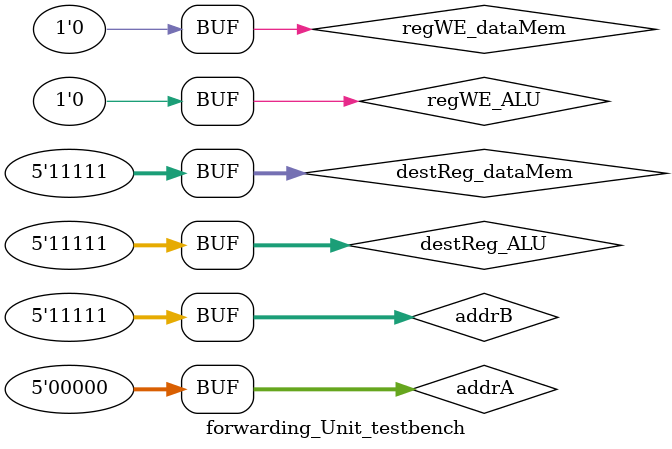
<source format=sv>

`timescale 1ns/10ps 

module forwarding_Unit(addrA, addrB, destReg_ALU, regWE_ALU, destReg_dataMem, regWE_dataMem, control_Da1, control_Da2, control_Db1, control_Db2);
		input logic [4:0] 	addrA, addrB, destReg_ALU, destReg_dataMem;
		input logic 			regWE_ALU, regWE_dataMem;
		output logic			control_Da1, control_Da2, control_Db1, control_Db2;
		
		//This always_comb has case statements for addrA and addrB.
		//Each case has the logic for testing if the Rd value in dataMem
		//or Rd value in ALU are equal, and then checks if write enable
		//is 1 for either, and depending on the tests will determine if 
		//the values for controlling muxes that are passed as outputs
		//and these will decide if a value if forwarded or not. 
		always_comb begin
			case(addrA) 
				destReg_ALU: begin
				
					//if alu is trying to write
					if(regWE_ALU) begin
						if(destReg_ALU == 5'd31) begin
							control_Da1 = 1'b0;
							control_Da2 = 1'b0;
						end
						
						else begin
							control_Da1 = 1'b0;
							control_Da2 = 1'b1;
						end
					end
					
					//if alu is not trying to write, but destReg_ALU and destReg_dataMem are equal
					else if(destReg_ALU == destReg_dataMem) begin
						if(regWE_dataMem) begin
							if(destReg_dataMem == 5'd31) begin
								control_Da1 = 1'b0;
								control_Da2 = 1'b0;
							end
							
							else begin 
								control_Da1 = 1'b1;
								control_Da2 = 1'b1;
							end
						end
						
						else begin
							control_Da1 = 1'b0;
							control_Da2 = 1'b0;
						end
					end
						
					else begin
						control_Da1 = 1'b0;
						control_Da2 = 1'b0;
					end
				end
				
				destReg_dataMem: begin
					if(regWE_dataMem) begin
						if(destReg_dataMem == 5'd31) begin
							control_Da1 = 1'b0;
							control_Da2 = 1'b0;
						end
						
						else begin 
							control_Da1 = 1'b1;
							control_Da2 = 1'b1;
						end
					end
					
					else begin
						control_Da1 = 1'b0;
						control_Da2 = 1'b0;
					end
				end
				
				default: begin
						control_Da1 = 1'b0;
						control_Da2 = 1'b0;
				end
			endcase
			
			case(addrB) 
				destReg_ALU: begin
				
					//if alu is trying to write
					if(regWE_ALU) begin
						if(destReg_ALU == 5'd31) begin
							control_Db1 = 1'b0;
							control_Db2 = 1'b0;
						end
						
						else begin
							control_Db1 = 1'b0;
							control_Db2 = 1'b1;
						end
					end
					
					//if alu is not trying to write, but destReg_ALU and destReg_dataMem are equal
					else if(destReg_ALU == destReg_dataMem) begin
						if(regWE_dataMem) begin
							if(destReg_dataMem == 5'd31) begin
								control_Db1 = 1'b0;
								control_Db2 = 1'b0;
							end
							
							else begin 
								control_Db1 = 1'b1;
								control_Db2 = 1'b1;
							end
						end
						
						else begin
							control_Db1 = 1'b0;
							control_Db2 = 1'b0;
						end
					end
						
					else begin
						control_Db1 = 1'b0;
						control_Db2 = 1'b0;
					end
				end
				
				destReg_dataMem: begin
					if(regWE_dataMem) begin
						if(destReg_dataMem == 5'd31) begin
							control_Db1 = 1'b0;
							control_Db2 = 1'b0;
						end
						
						else begin 
							control_Db1 = 1'b1;
							control_Db2 = 1'b1;
						end
					end
					
					else begin
						control_Db1 = 1'b0;
						control_Db2 = 1'b0;
					end
				end
				
				default: begin
						control_Db1 = 1'b0;
						control_Db2 = 1'b0;
				end
			endcase
		end
endmodule 


//forwarding_Unit_testbench tests for expected and unexpected 
//behavior. The first tets are to check all values against 
//addrA. Rd for ALU is first set to be equal, then the write enables
//are changed to have all four options to check for correct outputs.
//The next set of tests check values against addrB. the Rd values and 
//write enables are all cycled just like for the tests for addrA to
//check for the coret outputs.
module forwarding_Unit_testbench();
		logic [4:0]		addrA, addrB, destReg_ALU, destReg_dataMem;
		logic 			regWE_ALU, regWE_dataMem, control_Da1, control_Da2, control_Db1, control_Db2;
		
		forwarding_Unit dut(.*);
		
		initial begin
			addrA = 5'd0; addrB = 5'd0; destReg_ALU = 5'd0; destReg_dataMem = 5'd0; regWE_ALU = 1'b0; regWE_dataMem = 1'b0; 	#10;
			
			//addrA and destReg_ALU are equal while destReg_dataMem is different. 
			//Run through all options for write enables. 
			addrA = 5'd3;						#10;
			destReg_ALU = 5'd3;					#10;
			regWE_ALU = 1'b1;						#10;
			regWE_dataMem = 1'b1;						#10;
			regWE_ALU = 1'b0;						#10;
			regWE_dataMem = 1'b0;						#10;
			
			destReg_ALU = 5'd0;					#10;
			
			//addrA and destReg_dataMem are equal while destReg_ALU is different. 
			//Run through all options for write enables. 
			destReg_dataMem = 5'd3;				#10;
			regWE_ALU = 1'b1;						#10;
			regWE_dataMem = 1'b1;						#10;
			regWE_ALU = 1'b0;						#10;
			regWE_dataMem = 1'b0;						#10;
			
			
			//addrA, destReg_ALU, and dest_datMem are all equal. 
			//Run through all options for write enables.
			addrA = 5'd10; destReg_ALU = 5'd10; destReg_dataMem = 5'd10;		#10;
			regWE_ALU = 1'b1;						#10;
													#10;
			regWE_dataMem = 1'b1;						#10;
													#10;
			regWE_ALU = 1'b0;						#10;
													#10;
			regWE_dataMem = 1'b0;						#10;
			
			/******************** TEST FOR X31 ********************/
			//Check to see if just the value for addrA is taken
			addrA = 5'd31; destReg_ALU = 5'd31; 	#10;
			regWE_ALU = 1'b1;						#10;
			regWE_dataMem = 1'b1;						#10;
			regWE_ALU = 1'b0;						#10;
			regWE_dataMem = 1'b0;						#10;
			destReg_ALU = 5'd0; 				   #10;
			
			destReg_dataMem = 5'd31;		   #10;
			regWE_ALU = 1'b1;						#10;
			regWE_dataMem = 1'b1;						#10;
			regWE_ALU = 1'b0;						#10;
			regWE_dataMem = 1'b0;						#10;
			
			addrA = 5'd31; destReg_ALU = 5'd31; destReg_dataMem = 5'd31;	#10;
			regWE_ALU = 1'b1;						#10;
			regWE_dataMem = 1'b1;						#10;
			regWE_ALU = 1'b0;						#10;
			regWE_dataMem = 1'b0;						#10;
			
			
			
			
			
			
			addrA = 5'd0; addrB = 5'd0; destReg_ALU = 5'd0; destReg_dataMem = 5'd0; regWE_ALU = 1'b0; regWE_dataMem = 1'b0; 	#10;
			
			//addrB and destReg_ALU are equal while destReg_dataMem is different. 
			//Run through all options for write enables. 
			addrB = 5'd3;						#10;
			destReg_ALU = 5'd3;					#10;
			regWE_ALU = 1'b1;						#10;
			regWE_dataMem = 1'b1;						#10;
			regWE_ALU = 1'b0;						#10;
			regWE_dataMem = 1'b0;						#10;
			
			destReg_ALU = 5'd0;					#10;
			
			//addrB and destReg_dataMem are equal while destReg_ALU is different. 
			//Run through all options for write enables. 
			destReg_dataMem = 5'd3;				#10;
			regWE_ALU = 1'b1;						#10;
			regWE_dataMem = 1'b1;						#10;
			regWE_ALU = 1'b0;						#10;
			regWE_dataMem = 1'b0;						#10;
			
			
			//addrB, destReg_ALU, and dest_datMem are all equal. 
			//Run through all options for write enables.
			addrB = 5'd10; destReg_ALU = 5'd10; destReg_dataMem = 5'd10;		#10;
			regWE_ALU = 1'b1;						#10;
													#10;
			regWE_dataMem = 1'b1;						#10;
													#10;
			regWE_ALU = 1'b0;						#10;
													#10;
			regWE_dataMem = 1'b0;						#10;
			
			/******************** TEST FOR X31 ********************/
			//Check to see if just the value for addrB is taken
			addrB = 5'd31; destReg_ALU = 5'd31; 	#10;
			regWE_ALU = 1'b1;						#10;
			regWE_dataMem = 1'b1;						#10;
			regWE_ALU = 1'b0;						#10;
			regWE_dataMem = 1'b0;						#10;
			destReg_ALU = 5'd0; 				   #10;
			
			destReg_dataMem = 5'd31;		   #10;
			regWE_ALU = 1'b1;						#10;
			regWE_dataMem = 1'b1;						#10;
			regWE_ALU = 1'b0;						#10;
			regWE_dataMem = 1'b0;						#10;
			
			addrB = 5'd31; destReg_ALU = 5'd31; destReg_dataMem = 5'd31;	#10;
			regWE_ALU = 1'b1;						#10;
			regWE_dataMem = 1'b1;						#10;
			regWE_ALU = 1'b0;						#10;
			regWE_dataMem = 1'b0;						#10;
		end
endmodule 

</source>
